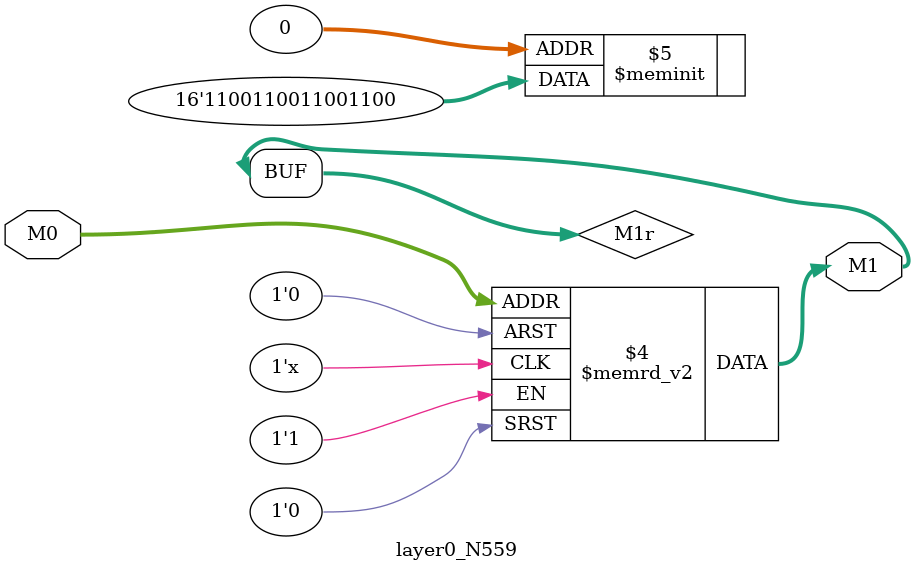
<source format=v>
module layer0_N559 ( input [2:0] M0, output [1:0] M1 );

	(*rom_style = "distributed" *) reg [1:0] M1r;
	assign M1 = M1r;
	always @ (M0) begin
		case (M0)
			3'b000: M1r = 2'b00;
			3'b100: M1r = 2'b00;
			3'b010: M1r = 2'b00;
			3'b110: M1r = 2'b00;
			3'b001: M1r = 2'b11;
			3'b101: M1r = 2'b11;
			3'b011: M1r = 2'b11;
			3'b111: M1r = 2'b11;

		endcase
	end
endmodule

</source>
